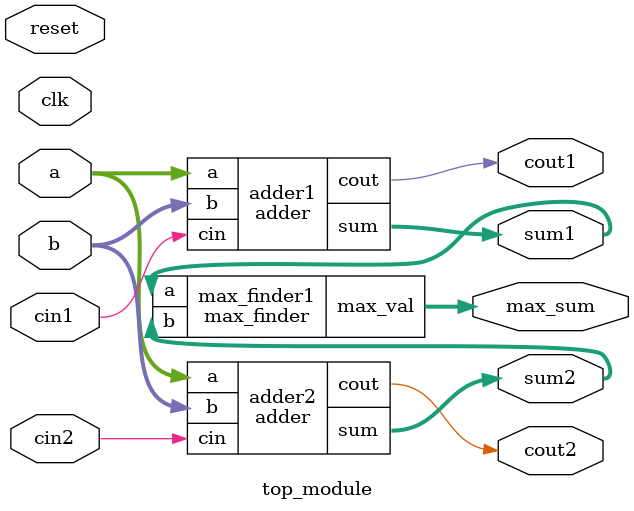
<source format=v>

module adder (
    input [3:0] a,
    input [3:0] b,
    input cin,
    output [3:0] sum,
    output cout
);

    wire [4:0] temp = a + b + cin;
    assign {cout, sum} = temp[4:0];

endmodule

module max_finder (
    input [3:0] a,
    input [3:0] b,
    output [3:0] max_val
);

    assign max_val = (a > b) ? a : b;

endmodule

module top_module (
    input clk,
    input reset,
    input [3:0] a,
    input [3:0] b,
    input cin1,
    input cin2,
    output [3:0] sum1,
    output [3:0] sum2,
    output cout1,
    output cout2,
    output [3:0] max_sum
);

    reg [3:0] sum1_reg, sum2_reg;
    reg cout1_reg, cout2_reg;

    adder adder1(
        .a(a),
        .b(b),
        .cin(cin1),
        .sum(sum1),
        .cout(cout1)
    );

    adder adder2(
        .a(a),
        .b(b),
        .cin(cin2),
        .sum(sum2),
        .cout(cout2)
    );

    max_finder max_finder1(
        .a(sum1),
        .b(sum2),
        .max_val(max_sum)
    );

    always @(posedge clk) begin
        if (reset) begin
            sum1_reg <= 4'b0;
            sum2_reg <= 4'b0;
            cout1_reg <= 1'b0;
            cout2_reg <= 1'b0;
        end else begin
            sum1_reg <= sum1;
            sum2_reg <= sum2;
            cout1_reg <= cout1;
            cout2_reg <= cout2;
        end
    end

endmodule

</source>
